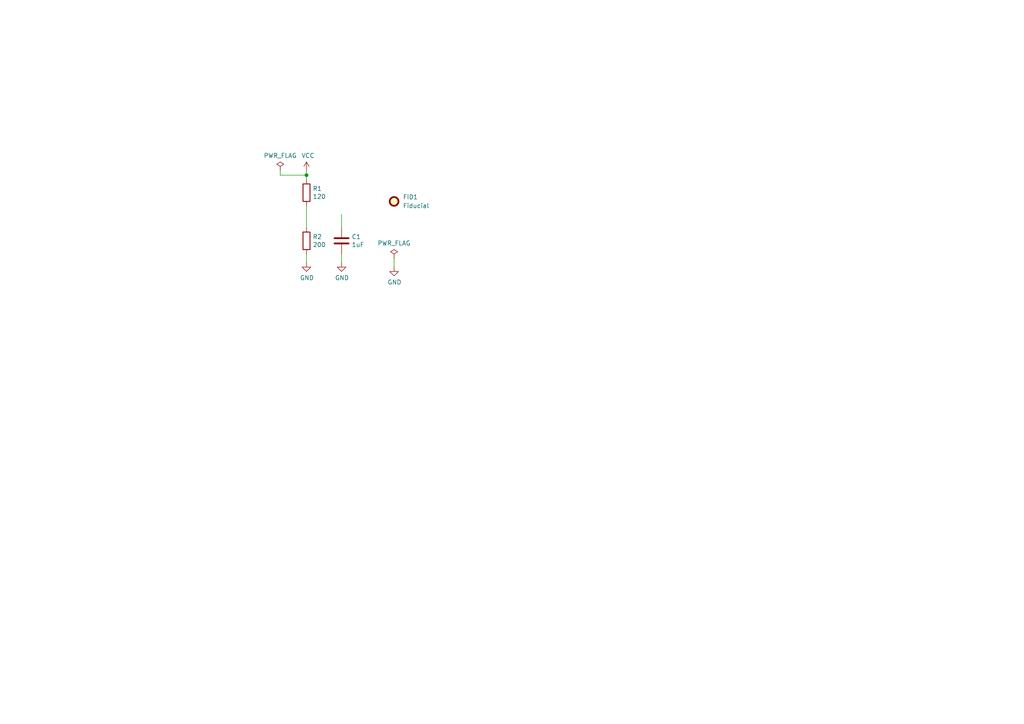
<source format=kicad_sch>
(kicad_sch (version 20250114) (generator "eeschema") (generator_version "9.0")
  (paper "A4")
  (title_block (title "BoM Test") (date "13/07/2020") (rev "r1") (company "INTI-CMNB"))
  (lib_symbols
    (symbol "Device:C" (pin_numbers (hide yes)) (pin_names (offset 0.254))
      (property "Reference" "C" (at 0.635 2.54 0))
      (property "Value" "C" (at 0.635 -2.54 0))
      (symbol "C_0_1"
        (polyline (pts (xy -2.032 0.762) (xy 2.032 0.762)) (stroke (width 0.508)))
        (polyline (pts (xy -2.032 -0.762) (xy 2.032 -0.762)) (stroke (width 0.508)))
      )
      (symbol "C_1_1"
        (pin passive line (at 0 3.81 270) (length 2.794) (name "~") (number "1"))
        (pin passive line (at 0 -3.81 90) (length 2.794) (name "~") (number "2"))
      )
    )
    (symbol "Device:R" (pin_numbers (hide yes)) (pin_names (offset 0))
      (property "Reference" "R" (at 2.032 0 90))
      (property "Value" "R" (at 0 0 90))
      (symbol "R_0_1"
        (rectangle (start -1.016 -2.54) (end 1.016 2.54) (stroke (width 0.254)))
      )
      (symbol "R_1_1"
        (pin passive line (at 0 3.81 270) (length 1.27) (name "~") (number "1"))
        (pin passive line (at 0 -3.81 90) (length 1.27) (name "~") (number "2"))
      )
    )
    (symbol "Mechanical:Fiducial"
      (property "Reference" "FID" (at 0 5.08 0))
      (property "Value" "Fiducial" (at 0 3.175 0))
      (symbol "Fiducial_0_1"
        (circle (center 0 0) (radius 1.27) (stroke (width 0.508)) (fill (type background)))
      )
    )
    (symbol "power:GND" (power) (pin_names (offset 0))
      (property "Value" "GND" (at 0 -3.81 0))
      (symbol "GND_0_1"
        (polyline (pts (xy 0 0) (xy 0 -1.27) (xy 1.27 -1.27) (xy 0 -2.54) (xy -1.27 -1.27) (xy 0 -1.27)))
      )
      (symbol "GND_1_1"
        (pin power_in line (at 0 0 270) (length 0) (hide yes) (name "GND") (number "1"))
      )
    )
    (symbol "power:PWR_FLAG" (power) (pin_numbers (hide yes)) (pin_names (offset 0) (hide yes))
      (property "Value" "PWR_FLAG" (at 0 3.81 0))
      (symbol "PWR_FLAG_0_0"
        (pin power_out line (at 0 0 90) (length 0) (name "pwr") (number "1"))
      )
      (symbol "PWR_FLAG_0_1"
        (polyline (pts (xy 0 0) (xy 0 1.27) (xy -1.016 1.905) (xy 0 2.54) (xy 1.016 1.905) (xy 0 1.27)))
      )
    )
    (symbol "power:VCC" (power) (pin_names (offset 0))
      (property "Value" "VCC" (at 0 3.81 0))
      (symbol "VCC_0_1"
        (polyline (pts (xy -0.762 1.27) (xy 0 2.54)))
        (polyline (pts (xy 0 2.54) (xy 0.762 1.27)))
        (polyline (pts (xy 0 0) (xy 0 2.54)))
      )
      (symbol "VCC_1_1"
        (pin power_in line (at 0 0 90) (length 0) (hide yes) (name "VCC") (number "1"))
      )
    )
  )
  (junction (at 88.9 50.8))
  (wire (pts (xy 114.3 74.93) (xy 114.3 77.47)))
  (wire (pts (xy 81.28 49.53) (xy 81.28 50.8)))
  (wire (pts (xy 88.9 52.07) (xy 88.9 50.8)))
  (wire (pts (xy 88.9 59.69) (xy 88.9 66.04)))
  (wire (pts (xy 88.9 76.2) (xy 88.9 73.66)))
  (wire (pts (xy 99.06 76.2) (xy 99.06 73.66)))
  (wire (pts (xy 88.9 50.8) (xy 88.9 49.53)))
  (wire (pts (xy 81.28 50.8) (xy 88.9 50.8)))
  (wire (pts (xy 99.06 66.04) (xy 99.06 62.23)))
  (symbol (lib_id "Device:R") (at 88.9 55.88 0) (unit 1)
    (property "Reference" "R1" (at 90.678 54.7116 0) (effects (justify left)))
    (property "Value" "120" (at 90.678 57.023 0) (effects (justify left)))
    (property "Footprint" "Resistor_SMD:R_0603_2012Metric" (effects (hide yes)))
  )
  (symbol (lib_id "Device:R") (at 88.9 69.85 0) (unit 1)
    (property "Reference" "R2" (at 90.678 68.6816 0) (effects (justify left)))
    (property "Value" "200" (at 90.678 70.993 0) (effects (justify left)))
    (property "Footprint" "Resistor_SMD:R_0805_2012Metric" (effects (hide yes)))
    (property "Tolerance" "1%" (effects (hide yes)))
  )
  (symbol (lib_id "Device:C") (at 99.06 69.85 0) (unit 1)
    (property "Reference" "C1" (at 101.981 68.6816 0) (effects (justify left)))
    (property "Value" "1uF" (at 101.981 70.993 0) (effects (justify left)))
    (property "Footprint" "Capacitor_SMD:C_0603_1608Metric" (effects (hide yes)))
    (property "Datasheet" "bogus.pdf" (effects (hide yes)))
  )
  (symbol (lib_id "power:GND") (at 99.06 76.2 0) (unit 1)
    (property "Reference" "#PWR03" (effects (hide yes)))
    (property "Value" "GND" (at 99.187 80.5942 0))
  )
  (symbol (lib_id "power:GND") (at 88.9 76.2 0) (unit 1)
    (property "Reference" "#PWR02" (effects (hide yes)))
    (property "Value" "GND" (at 89.027 80.5942 0))
  )
  (symbol (lib_id "power:VCC") (at 88.9 49.53 0) (unit 1)
    (property "Reference" "#PWR01" (effects (hide yes)))
    (property "Value" "VCC" (at 89.3318 45.1358 0))
  )
  (symbol (lib_id "power:GND") (at 114.3 77.47 0) (unit 1)
    (property "Reference" "#PWR0101" (effects (hide yes)))
    (property "Value" "GND" (at 114.427 81.8642 0))
  )
  (symbol (lib_id "power:PWR_FLAG") (at 114.3 74.93 0) (unit 1)
    (property "Reference" "#FLG0101" (effects (hide yes)))
    (property "Value" "PWR_FLAG" (at 114.3 70.5358 0))
  )
  (symbol (lib_id "power:PWR_FLAG") (at 81.28 49.53 0) (unit 1)
    (property "Reference" "#FLG0102" (effects (hide yes)))
    (property "Value" "PWR_FLAG" (at 81.28 45.1358 0))
  )
  (symbol (lib_id "Mechanical:Fiducial") (at 114.3 58.42 0) (unit 1)
    (property "Reference" "FID1" (at 116.84 57.1499 0) (effects (justify left)))
    (property "Value" "Fiducial" (at 116.84 59.6899 0) (effects (justify left)))
  )
)
</source>
